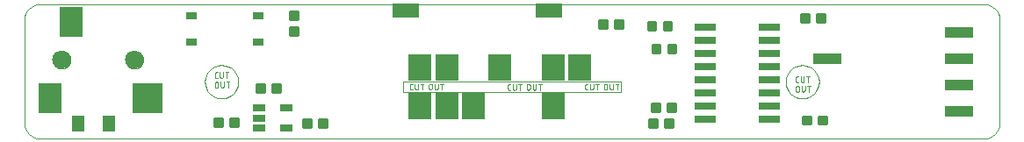
<source format=gts>
G04 EAGLE Gerber RS-274X export*
G75*
%MOMM*%
%FSLAX34Y34*%
%LPD*%
%INSolder Mask top*%
%IPPOS*%
%AMOC8*
5,1,8,0,0,1.08239X$1,22.5*%
G01*
%ADD10C,0.001000*%
%ADD11C,0.050800*%
%ADD12R,2.133600X0.762000*%
%ADD13R,1.301600X1.501600*%
%ADD14R,1.101600X0.701600*%
%ADD15C,0.326897*%
%ADD16R,2.801600X1.101600*%
%ADD17R,2.641600X1.371600*%
%ADD18R,1.301600X0.791600*%
%ADD19C,0.000000*%
%ADD20C,1.801600*%
%ADD21R,2.301600X2.901600*%
%ADD22R,2.901600X2.901600*%
%ADD23R,2.260600X2.641600*%


D10*
X-208369Y447928D02*
X701481Y447928D01*
X704509Y447620D01*
X707335Y446739D01*
X709895Y445345D01*
X712128Y443500D01*
X713973Y441267D01*
X715367Y438707D01*
X716248Y435881D01*
X716556Y432853D01*
X716556Y333003D01*
X716248Y329975D01*
X715367Y327149D01*
X713973Y324589D01*
X712128Y322356D01*
X709895Y320511D01*
X707335Y319117D01*
X704509Y318236D01*
X701481Y317928D01*
X-208369Y317928D01*
X-211397Y318236D01*
X-214223Y319117D01*
X-216783Y320511D01*
X-219016Y322356D01*
X-220861Y324589D01*
X-222255Y327149D01*
X-223136Y329975D01*
X-223444Y333003D01*
X-223444Y432853D01*
X-223136Y435881D01*
X-222255Y438707D01*
X-220861Y441267D01*
X-219016Y443500D01*
X-216783Y445345D01*
X-214223Y446739D01*
X-211397Y447620D01*
X-208369Y447928D01*
X526556Y388978D02*
X529791Y388652D01*
X532803Y387717D01*
X535530Y386237D01*
X537905Y384277D01*
X539865Y381902D01*
X541345Y379175D01*
X542280Y376163D01*
X542606Y372928D01*
X542280Y369693D01*
X541345Y366681D01*
X539865Y363954D01*
X537905Y361579D01*
X535530Y359619D01*
X532803Y358139D01*
X529791Y357204D01*
X526556Y356878D01*
X523321Y357204D01*
X520309Y358139D01*
X517582Y359619D01*
X515207Y361579D01*
X513247Y363954D01*
X511767Y366681D01*
X510832Y369693D01*
X510506Y372928D01*
X510832Y376163D01*
X511767Y379175D01*
X513247Y381902D01*
X515207Y384277D01*
X517582Y386237D01*
X520309Y387717D01*
X523321Y388652D01*
X526556Y388978D01*
X-30209Y388652D02*
X-33444Y388978D01*
X-30209Y388652D02*
X-27197Y387717D01*
X-24470Y386237D01*
X-22095Y384277D01*
X-20135Y381902D01*
X-18655Y379175D01*
X-17720Y376163D01*
X-17394Y372928D01*
X-17720Y369693D01*
X-18655Y366681D01*
X-20135Y363954D01*
X-22095Y361579D01*
X-24470Y359619D01*
X-27197Y358139D01*
X-30209Y357204D01*
X-33444Y356878D01*
X-36679Y357204D01*
X-39691Y358139D01*
X-42418Y359619D01*
X-44793Y361579D01*
X-46753Y363954D01*
X-48233Y366681D01*
X-49168Y369693D01*
X-49494Y372928D01*
X-49168Y376163D01*
X-48233Y379175D01*
X-46753Y381902D01*
X-44793Y384277D01*
X-42418Y386237D01*
X-39691Y387717D01*
X-36679Y388652D01*
X-33444Y388978D01*
X141556Y362928D02*
X351556Y362928D01*
X351556Y372928D01*
X141556Y372928D01*
X141556Y362928D01*
X523425Y388670D02*
X526556Y388978D01*
X523425Y388670D02*
X520414Y387756D01*
X517639Y386273D01*
X515207Y384277D01*
X513211Y381845D01*
X511728Y379070D01*
X510814Y376059D01*
X510506Y372928D01*
X510814Y369797D01*
X511728Y366786D01*
X513211Y364011D01*
X515207Y361579D01*
X517639Y359583D01*
X520414Y358100D01*
X523425Y357186D01*
X526556Y356878D01*
X529687Y357186D01*
X532698Y358100D01*
X535473Y359583D01*
X537905Y361579D01*
X539901Y364011D01*
X541384Y366786D01*
X542298Y369797D01*
X542606Y372928D01*
X542298Y376059D01*
X541384Y379070D01*
X539901Y381845D01*
X537905Y384277D01*
X535473Y386273D01*
X532698Y387756D01*
X529687Y388670D01*
X526556Y388978D01*
X-33444Y388978D02*
X-36575Y388670D01*
X-39586Y387756D01*
X-42361Y386273D01*
X-44793Y384277D01*
X-46789Y381845D01*
X-48272Y379070D01*
X-49186Y376059D01*
X-49494Y372928D01*
X-49186Y369797D01*
X-48272Y366786D01*
X-46789Y364011D01*
X-44793Y361579D01*
X-42361Y359583D01*
X-39586Y358100D01*
X-36575Y357186D01*
X-33444Y356878D01*
X-30313Y357186D01*
X-27302Y358100D01*
X-24527Y359583D01*
X-22095Y361579D01*
X-20099Y364011D01*
X-18616Y366786D01*
X-17702Y369797D01*
X-17394Y372928D01*
X-17702Y376059D01*
X-18616Y379070D01*
X-20099Y381845D01*
X-22095Y384277D01*
X-24527Y386273D01*
X-27302Y387756D01*
X-30313Y388670D01*
X-33444Y388978D01*
D11*
X-37262Y376398D02*
X-38504Y376398D01*
X-38574Y376400D01*
X-38643Y376406D01*
X-38712Y376416D01*
X-38780Y376429D01*
X-38848Y376447D01*
X-38914Y376468D01*
X-38979Y376493D01*
X-39043Y376521D01*
X-39105Y376553D01*
X-39165Y376588D01*
X-39223Y376627D01*
X-39278Y376669D01*
X-39332Y376714D01*
X-39382Y376762D01*
X-39430Y376812D01*
X-39475Y376866D01*
X-39517Y376921D01*
X-39556Y376979D01*
X-39591Y377039D01*
X-39623Y377101D01*
X-39651Y377165D01*
X-39676Y377230D01*
X-39697Y377296D01*
X-39715Y377364D01*
X-39728Y377432D01*
X-39738Y377501D01*
X-39744Y377570D01*
X-39746Y377640D01*
X-39746Y380744D01*
X-39744Y380814D01*
X-39738Y380883D01*
X-39728Y380952D01*
X-39715Y381020D01*
X-39697Y381088D01*
X-39676Y381154D01*
X-39651Y381219D01*
X-39623Y381283D01*
X-39591Y381345D01*
X-39556Y381405D01*
X-39517Y381463D01*
X-39475Y381518D01*
X-39430Y381572D01*
X-39382Y381622D01*
X-39332Y381670D01*
X-39278Y381715D01*
X-39223Y381757D01*
X-39165Y381796D01*
X-39105Y381831D01*
X-39043Y381863D01*
X-38979Y381891D01*
X-38914Y381916D01*
X-38848Y381937D01*
X-38780Y381955D01*
X-38712Y381968D01*
X-38643Y381978D01*
X-38574Y381984D01*
X-38504Y381986D01*
X-37262Y381986D01*
X-34975Y381986D02*
X-34975Y377950D01*
X-34973Y377873D01*
X-34967Y377795D01*
X-34958Y377719D01*
X-34944Y377642D01*
X-34927Y377567D01*
X-34906Y377493D01*
X-34881Y377419D01*
X-34853Y377347D01*
X-34821Y377277D01*
X-34786Y377208D01*
X-34747Y377141D01*
X-34705Y377076D01*
X-34660Y377013D01*
X-34612Y376952D01*
X-34561Y376894D01*
X-34507Y376839D01*
X-34450Y376786D01*
X-34391Y376737D01*
X-34329Y376690D01*
X-34265Y376646D01*
X-34199Y376606D01*
X-34131Y376569D01*
X-34061Y376535D01*
X-33990Y376505D01*
X-33917Y376479D01*
X-33843Y376456D01*
X-33768Y376437D01*
X-33693Y376422D01*
X-33616Y376410D01*
X-33539Y376402D01*
X-33462Y376398D01*
X-33384Y376398D01*
X-33307Y376402D01*
X-33230Y376410D01*
X-33153Y376422D01*
X-33078Y376437D01*
X-33003Y376456D01*
X-32929Y376479D01*
X-32856Y376505D01*
X-32785Y376535D01*
X-32715Y376569D01*
X-32647Y376606D01*
X-32581Y376646D01*
X-32517Y376690D01*
X-32455Y376737D01*
X-32396Y376786D01*
X-32339Y376839D01*
X-32285Y376894D01*
X-32234Y376952D01*
X-32186Y377013D01*
X-32141Y377076D01*
X-32099Y377141D01*
X-32060Y377208D01*
X-32025Y377277D01*
X-31993Y377347D01*
X-31965Y377419D01*
X-31940Y377493D01*
X-31919Y377567D01*
X-31902Y377642D01*
X-31888Y377719D01*
X-31879Y377795D01*
X-31873Y377873D01*
X-31871Y377950D01*
X-31870Y377950D02*
X-31870Y381986D01*
X-28119Y381986D02*
X-28119Y376398D01*
X-29671Y381986D02*
X-26567Y381986D01*
X-39746Y371290D02*
X-39746Y368806D01*
X-39746Y371290D02*
X-39744Y371367D01*
X-39738Y371445D01*
X-39729Y371521D01*
X-39715Y371598D01*
X-39698Y371673D01*
X-39677Y371747D01*
X-39652Y371821D01*
X-39624Y371893D01*
X-39592Y371963D01*
X-39557Y372032D01*
X-39518Y372099D01*
X-39476Y372164D01*
X-39431Y372227D01*
X-39383Y372288D01*
X-39332Y372346D01*
X-39278Y372401D01*
X-39221Y372454D01*
X-39162Y372503D01*
X-39100Y372550D01*
X-39036Y372594D01*
X-38970Y372634D01*
X-38902Y372671D01*
X-38832Y372705D01*
X-38761Y372735D01*
X-38688Y372761D01*
X-38614Y372784D01*
X-38539Y372803D01*
X-38464Y372818D01*
X-38387Y372830D01*
X-38310Y372838D01*
X-38233Y372842D01*
X-38155Y372842D01*
X-38078Y372838D01*
X-38001Y372830D01*
X-37924Y372818D01*
X-37849Y372803D01*
X-37774Y372784D01*
X-37700Y372761D01*
X-37627Y372735D01*
X-37556Y372705D01*
X-37486Y372671D01*
X-37418Y372634D01*
X-37352Y372594D01*
X-37288Y372550D01*
X-37226Y372503D01*
X-37167Y372454D01*
X-37110Y372401D01*
X-37056Y372346D01*
X-37005Y372288D01*
X-36957Y372227D01*
X-36912Y372164D01*
X-36870Y372099D01*
X-36831Y372032D01*
X-36796Y371963D01*
X-36764Y371893D01*
X-36736Y371821D01*
X-36711Y371747D01*
X-36690Y371673D01*
X-36673Y371598D01*
X-36659Y371521D01*
X-36650Y371445D01*
X-36644Y371367D01*
X-36642Y371290D01*
X-36642Y368806D01*
X-36644Y368729D01*
X-36650Y368651D01*
X-36659Y368575D01*
X-36673Y368498D01*
X-36690Y368423D01*
X-36711Y368349D01*
X-36736Y368275D01*
X-36764Y368203D01*
X-36796Y368133D01*
X-36831Y368064D01*
X-36870Y367997D01*
X-36912Y367932D01*
X-36957Y367869D01*
X-37005Y367808D01*
X-37056Y367750D01*
X-37110Y367695D01*
X-37167Y367642D01*
X-37226Y367593D01*
X-37288Y367546D01*
X-37352Y367502D01*
X-37418Y367462D01*
X-37486Y367425D01*
X-37556Y367391D01*
X-37627Y367361D01*
X-37700Y367335D01*
X-37774Y367312D01*
X-37849Y367293D01*
X-37924Y367278D01*
X-38001Y367266D01*
X-38078Y367258D01*
X-38155Y367254D01*
X-38233Y367254D01*
X-38310Y367258D01*
X-38387Y367266D01*
X-38464Y367278D01*
X-38539Y367293D01*
X-38614Y367312D01*
X-38688Y367335D01*
X-38761Y367361D01*
X-38832Y367391D01*
X-38902Y367425D01*
X-38970Y367462D01*
X-39036Y367502D01*
X-39100Y367546D01*
X-39162Y367593D01*
X-39221Y367642D01*
X-39278Y367695D01*
X-39332Y367750D01*
X-39383Y367808D01*
X-39431Y367869D01*
X-39476Y367932D01*
X-39518Y367997D01*
X-39557Y368064D01*
X-39592Y368133D01*
X-39624Y368203D01*
X-39652Y368275D01*
X-39677Y368349D01*
X-39698Y368423D01*
X-39715Y368498D01*
X-39729Y368575D01*
X-39738Y368651D01*
X-39744Y368729D01*
X-39746Y368806D01*
X-34077Y368806D02*
X-34077Y372842D01*
X-34077Y368806D02*
X-34075Y368729D01*
X-34069Y368651D01*
X-34060Y368575D01*
X-34046Y368498D01*
X-34029Y368423D01*
X-34008Y368349D01*
X-33983Y368275D01*
X-33955Y368203D01*
X-33923Y368133D01*
X-33888Y368064D01*
X-33849Y367997D01*
X-33807Y367932D01*
X-33762Y367869D01*
X-33714Y367808D01*
X-33663Y367750D01*
X-33609Y367695D01*
X-33552Y367642D01*
X-33493Y367593D01*
X-33431Y367546D01*
X-33367Y367502D01*
X-33301Y367462D01*
X-33233Y367425D01*
X-33163Y367391D01*
X-33092Y367361D01*
X-33019Y367335D01*
X-32945Y367312D01*
X-32870Y367293D01*
X-32795Y367278D01*
X-32718Y367266D01*
X-32641Y367258D01*
X-32564Y367254D01*
X-32486Y367254D01*
X-32409Y367258D01*
X-32332Y367266D01*
X-32255Y367278D01*
X-32180Y367293D01*
X-32105Y367312D01*
X-32031Y367335D01*
X-31958Y367361D01*
X-31887Y367391D01*
X-31817Y367425D01*
X-31749Y367462D01*
X-31683Y367502D01*
X-31619Y367546D01*
X-31557Y367593D01*
X-31498Y367642D01*
X-31441Y367695D01*
X-31387Y367750D01*
X-31336Y367808D01*
X-31288Y367869D01*
X-31243Y367932D01*
X-31201Y367997D01*
X-31162Y368064D01*
X-31127Y368133D01*
X-31095Y368203D01*
X-31067Y368275D01*
X-31042Y368349D01*
X-31021Y368423D01*
X-31004Y368498D01*
X-30990Y368575D01*
X-30981Y368651D01*
X-30975Y368729D01*
X-30973Y368806D01*
X-30972Y368806D02*
X-30972Y372842D01*
X-27221Y372842D02*
X-27221Y367254D01*
X-28773Y372842D02*
X-25669Y372842D01*
X521496Y372398D02*
X522738Y372398D01*
X521496Y372398D02*
X521426Y372400D01*
X521357Y372406D01*
X521288Y372416D01*
X521220Y372429D01*
X521152Y372447D01*
X521086Y372468D01*
X521021Y372493D01*
X520957Y372521D01*
X520895Y372553D01*
X520835Y372588D01*
X520777Y372627D01*
X520722Y372669D01*
X520668Y372714D01*
X520618Y372762D01*
X520570Y372812D01*
X520525Y372866D01*
X520483Y372921D01*
X520444Y372979D01*
X520409Y373039D01*
X520377Y373101D01*
X520349Y373165D01*
X520324Y373230D01*
X520303Y373296D01*
X520285Y373364D01*
X520272Y373432D01*
X520262Y373501D01*
X520256Y373570D01*
X520254Y373640D01*
X520254Y376744D01*
X520256Y376814D01*
X520262Y376883D01*
X520272Y376952D01*
X520285Y377020D01*
X520303Y377088D01*
X520324Y377154D01*
X520349Y377219D01*
X520377Y377283D01*
X520409Y377345D01*
X520444Y377405D01*
X520483Y377463D01*
X520525Y377518D01*
X520570Y377572D01*
X520618Y377622D01*
X520668Y377670D01*
X520722Y377715D01*
X520777Y377757D01*
X520835Y377796D01*
X520895Y377831D01*
X520957Y377863D01*
X521021Y377891D01*
X521086Y377916D01*
X521152Y377937D01*
X521220Y377955D01*
X521288Y377968D01*
X521357Y377978D01*
X521426Y377984D01*
X521496Y377986D01*
X522738Y377986D01*
X525025Y377986D02*
X525025Y373950D01*
X525027Y373873D01*
X525033Y373795D01*
X525042Y373719D01*
X525056Y373642D01*
X525073Y373567D01*
X525094Y373493D01*
X525119Y373419D01*
X525147Y373347D01*
X525179Y373277D01*
X525214Y373208D01*
X525253Y373141D01*
X525295Y373076D01*
X525340Y373013D01*
X525388Y372952D01*
X525439Y372894D01*
X525493Y372839D01*
X525550Y372786D01*
X525609Y372737D01*
X525671Y372690D01*
X525735Y372646D01*
X525801Y372606D01*
X525869Y372569D01*
X525939Y372535D01*
X526010Y372505D01*
X526083Y372479D01*
X526157Y372456D01*
X526232Y372437D01*
X526307Y372422D01*
X526384Y372410D01*
X526461Y372402D01*
X526538Y372398D01*
X526616Y372398D01*
X526693Y372402D01*
X526770Y372410D01*
X526847Y372422D01*
X526922Y372437D01*
X526997Y372456D01*
X527071Y372479D01*
X527144Y372505D01*
X527215Y372535D01*
X527285Y372569D01*
X527353Y372606D01*
X527419Y372646D01*
X527483Y372690D01*
X527545Y372737D01*
X527604Y372786D01*
X527661Y372839D01*
X527715Y372894D01*
X527766Y372952D01*
X527814Y373013D01*
X527859Y373076D01*
X527901Y373141D01*
X527940Y373208D01*
X527975Y373277D01*
X528007Y373347D01*
X528035Y373419D01*
X528060Y373493D01*
X528081Y373567D01*
X528098Y373642D01*
X528112Y373719D01*
X528121Y373795D01*
X528127Y373873D01*
X528129Y373950D01*
X528130Y373950D02*
X528130Y377986D01*
X531881Y377986D02*
X531881Y372398D01*
X530329Y377986D02*
X533433Y377986D01*
X520254Y367290D02*
X520254Y364806D01*
X520254Y367290D02*
X520256Y367367D01*
X520262Y367445D01*
X520271Y367521D01*
X520285Y367598D01*
X520302Y367673D01*
X520323Y367747D01*
X520348Y367821D01*
X520376Y367893D01*
X520408Y367963D01*
X520443Y368032D01*
X520482Y368099D01*
X520524Y368164D01*
X520569Y368227D01*
X520617Y368288D01*
X520668Y368346D01*
X520722Y368401D01*
X520779Y368454D01*
X520838Y368503D01*
X520900Y368550D01*
X520964Y368594D01*
X521030Y368634D01*
X521098Y368671D01*
X521168Y368705D01*
X521239Y368735D01*
X521312Y368761D01*
X521386Y368784D01*
X521461Y368803D01*
X521536Y368818D01*
X521613Y368830D01*
X521690Y368838D01*
X521767Y368842D01*
X521845Y368842D01*
X521922Y368838D01*
X521999Y368830D01*
X522076Y368818D01*
X522151Y368803D01*
X522226Y368784D01*
X522300Y368761D01*
X522373Y368735D01*
X522444Y368705D01*
X522514Y368671D01*
X522582Y368634D01*
X522648Y368594D01*
X522712Y368550D01*
X522774Y368503D01*
X522833Y368454D01*
X522890Y368401D01*
X522944Y368346D01*
X522995Y368288D01*
X523043Y368227D01*
X523088Y368164D01*
X523130Y368099D01*
X523169Y368032D01*
X523204Y367963D01*
X523236Y367893D01*
X523264Y367821D01*
X523289Y367747D01*
X523310Y367673D01*
X523327Y367598D01*
X523341Y367521D01*
X523350Y367445D01*
X523356Y367367D01*
X523358Y367290D01*
X523358Y364806D01*
X523356Y364729D01*
X523350Y364651D01*
X523341Y364575D01*
X523327Y364498D01*
X523310Y364423D01*
X523289Y364349D01*
X523264Y364275D01*
X523236Y364203D01*
X523204Y364133D01*
X523169Y364064D01*
X523130Y363997D01*
X523088Y363932D01*
X523043Y363869D01*
X522995Y363808D01*
X522944Y363750D01*
X522890Y363695D01*
X522833Y363642D01*
X522774Y363593D01*
X522712Y363546D01*
X522648Y363502D01*
X522582Y363462D01*
X522514Y363425D01*
X522444Y363391D01*
X522373Y363361D01*
X522300Y363335D01*
X522226Y363312D01*
X522151Y363293D01*
X522076Y363278D01*
X521999Y363266D01*
X521922Y363258D01*
X521845Y363254D01*
X521767Y363254D01*
X521690Y363258D01*
X521613Y363266D01*
X521536Y363278D01*
X521461Y363293D01*
X521386Y363312D01*
X521312Y363335D01*
X521239Y363361D01*
X521168Y363391D01*
X521098Y363425D01*
X521030Y363462D01*
X520964Y363502D01*
X520900Y363546D01*
X520838Y363593D01*
X520779Y363642D01*
X520722Y363695D01*
X520668Y363750D01*
X520617Y363808D01*
X520569Y363869D01*
X520524Y363932D01*
X520482Y363997D01*
X520443Y364064D01*
X520408Y364133D01*
X520376Y364203D01*
X520348Y364275D01*
X520323Y364349D01*
X520302Y364423D01*
X520285Y364498D01*
X520271Y364575D01*
X520262Y364651D01*
X520256Y364729D01*
X520254Y364806D01*
X525923Y364806D02*
X525923Y368842D01*
X525923Y364806D02*
X525925Y364729D01*
X525931Y364651D01*
X525940Y364575D01*
X525954Y364498D01*
X525971Y364423D01*
X525992Y364349D01*
X526017Y364275D01*
X526045Y364203D01*
X526077Y364133D01*
X526112Y364064D01*
X526151Y363997D01*
X526193Y363932D01*
X526238Y363869D01*
X526286Y363808D01*
X526337Y363750D01*
X526391Y363695D01*
X526448Y363642D01*
X526507Y363593D01*
X526569Y363546D01*
X526633Y363502D01*
X526699Y363462D01*
X526767Y363425D01*
X526837Y363391D01*
X526908Y363361D01*
X526981Y363335D01*
X527055Y363312D01*
X527130Y363293D01*
X527205Y363278D01*
X527282Y363266D01*
X527359Y363258D01*
X527436Y363254D01*
X527514Y363254D01*
X527591Y363258D01*
X527668Y363266D01*
X527745Y363278D01*
X527820Y363293D01*
X527895Y363312D01*
X527969Y363335D01*
X528042Y363361D01*
X528113Y363391D01*
X528183Y363425D01*
X528251Y363462D01*
X528317Y363502D01*
X528381Y363546D01*
X528443Y363593D01*
X528502Y363642D01*
X528559Y363695D01*
X528613Y363750D01*
X528664Y363808D01*
X528712Y363869D01*
X528757Y363932D01*
X528799Y363997D01*
X528838Y364064D01*
X528873Y364133D01*
X528905Y364203D01*
X528933Y364275D01*
X528958Y364349D01*
X528979Y364423D01*
X528996Y364498D01*
X529010Y364575D01*
X529019Y364651D01*
X529025Y364729D01*
X529027Y364806D01*
X529028Y364806D02*
X529028Y368842D01*
X532779Y368842D02*
X532779Y363254D01*
X531227Y368842D02*
X534331Y368842D01*
X150738Y365254D02*
X149496Y365254D01*
X149426Y365256D01*
X149357Y365262D01*
X149288Y365272D01*
X149220Y365285D01*
X149152Y365303D01*
X149086Y365324D01*
X149021Y365349D01*
X148957Y365377D01*
X148895Y365409D01*
X148835Y365444D01*
X148777Y365483D01*
X148722Y365525D01*
X148668Y365570D01*
X148618Y365618D01*
X148570Y365668D01*
X148525Y365722D01*
X148483Y365777D01*
X148444Y365835D01*
X148409Y365895D01*
X148377Y365957D01*
X148349Y366021D01*
X148324Y366086D01*
X148303Y366152D01*
X148285Y366220D01*
X148272Y366288D01*
X148262Y366357D01*
X148256Y366426D01*
X148254Y366496D01*
X148254Y369600D01*
X148256Y369670D01*
X148262Y369739D01*
X148272Y369808D01*
X148285Y369876D01*
X148303Y369944D01*
X148324Y370010D01*
X148349Y370075D01*
X148377Y370139D01*
X148409Y370201D01*
X148444Y370261D01*
X148483Y370319D01*
X148525Y370374D01*
X148570Y370428D01*
X148618Y370478D01*
X148668Y370526D01*
X148722Y370571D01*
X148777Y370613D01*
X148835Y370652D01*
X148895Y370687D01*
X148957Y370719D01*
X149021Y370747D01*
X149086Y370772D01*
X149152Y370793D01*
X149220Y370811D01*
X149288Y370824D01*
X149357Y370834D01*
X149426Y370840D01*
X149496Y370842D01*
X150738Y370842D01*
X153025Y370842D02*
X153025Y366806D01*
X153027Y366729D01*
X153033Y366651D01*
X153042Y366575D01*
X153056Y366498D01*
X153073Y366423D01*
X153094Y366349D01*
X153119Y366275D01*
X153147Y366203D01*
X153179Y366133D01*
X153214Y366064D01*
X153253Y365997D01*
X153295Y365932D01*
X153340Y365869D01*
X153388Y365808D01*
X153439Y365750D01*
X153493Y365695D01*
X153550Y365642D01*
X153609Y365593D01*
X153671Y365546D01*
X153735Y365502D01*
X153801Y365462D01*
X153869Y365425D01*
X153939Y365391D01*
X154010Y365361D01*
X154083Y365335D01*
X154157Y365312D01*
X154232Y365293D01*
X154307Y365278D01*
X154384Y365266D01*
X154461Y365258D01*
X154538Y365254D01*
X154616Y365254D01*
X154693Y365258D01*
X154770Y365266D01*
X154847Y365278D01*
X154922Y365293D01*
X154997Y365312D01*
X155071Y365335D01*
X155144Y365361D01*
X155215Y365391D01*
X155285Y365425D01*
X155353Y365462D01*
X155419Y365502D01*
X155483Y365546D01*
X155545Y365593D01*
X155604Y365642D01*
X155661Y365695D01*
X155715Y365750D01*
X155766Y365808D01*
X155814Y365869D01*
X155859Y365932D01*
X155901Y365997D01*
X155940Y366064D01*
X155975Y366133D01*
X156007Y366203D01*
X156035Y366275D01*
X156060Y366349D01*
X156081Y366423D01*
X156098Y366498D01*
X156112Y366575D01*
X156121Y366651D01*
X156127Y366729D01*
X156129Y366806D01*
X156130Y366806D02*
X156130Y370842D01*
X159881Y370842D02*
X159881Y365254D01*
X158329Y370842D02*
X161433Y370842D01*
X166375Y369290D02*
X166375Y366806D01*
X166375Y369290D02*
X166377Y369367D01*
X166383Y369445D01*
X166392Y369521D01*
X166406Y369598D01*
X166423Y369673D01*
X166444Y369747D01*
X166469Y369821D01*
X166497Y369893D01*
X166529Y369963D01*
X166564Y370032D01*
X166603Y370099D01*
X166645Y370164D01*
X166690Y370227D01*
X166738Y370288D01*
X166789Y370346D01*
X166843Y370401D01*
X166900Y370454D01*
X166959Y370503D01*
X167021Y370550D01*
X167085Y370594D01*
X167151Y370634D01*
X167219Y370671D01*
X167289Y370705D01*
X167360Y370735D01*
X167433Y370761D01*
X167507Y370784D01*
X167582Y370803D01*
X167657Y370818D01*
X167734Y370830D01*
X167811Y370838D01*
X167888Y370842D01*
X167966Y370842D01*
X168043Y370838D01*
X168120Y370830D01*
X168197Y370818D01*
X168272Y370803D01*
X168347Y370784D01*
X168421Y370761D01*
X168494Y370735D01*
X168565Y370705D01*
X168635Y370671D01*
X168703Y370634D01*
X168769Y370594D01*
X168833Y370550D01*
X168895Y370503D01*
X168954Y370454D01*
X169011Y370401D01*
X169065Y370346D01*
X169116Y370288D01*
X169164Y370227D01*
X169209Y370164D01*
X169251Y370099D01*
X169290Y370032D01*
X169325Y369963D01*
X169357Y369893D01*
X169385Y369821D01*
X169410Y369747D01*
X169431Y369673D01*
X169448Y369598D01*
X169462Y369521D01*
X169471Y369445D01*
X169477Y369367D01*
X169479Y369290D01*
X169480Y369290D02*
X169480Y366806D01*
X169479Y366806D02*
X169477Y366729D01*
X169471Y366651D01*
X169462Y366575D01*
X169448Y366498D01*
X169431Y366423D01*
X169410Y366349D01*
X169385Y366275D01*
X169357Y366203D01*
X169325Y366133D01*
X169290Y366064D01*
X169251Y365997D01*
X169209Y365932D01*
X169164Y365869D01*
X169116Y365808D01*
X169065Y365750D01*
X169011Y365695D01*
X168954Y365642D01*
X168895Y365593D01*
X168833Y365546D01*
X168769Y365502D01*
X168703Y365462D01*
X168635Y365425D01*
X168565Y365391D01*
X168494Y365361D01*
X168421Y365335D01*
X168347Y365312D01*
X168272Y365293D01*
X168197Y365278D01*
X168120Y365266D01*
X168043Y365258D01*
X167966Y365254D01*
X167888Y365254D01*
X167811Y365258D01*
X167734Y365266D01*
X167657Y365278D01*
X167582Y365293D01*
X167507Y365312D01*
X167433Y365335D01*
X167360Y365361D01*
X167289Y365391D01*
X167219Y365425D01*
X167151Y365462D01*
X167085Y365502D01*
X167021Y365546D01*
X166959Y365593D01*
X166900Y365642D01*
X166843Y365695D01*
X166789Y365750D01*
X166738Y365808D01*
X166690Y365869D01*
X166645Y365932D01*
X166603Y365997D01*
X166564Y366064D01*
X166529Y366133D01*
X166497Y366203D01*
X166469Y366275D01*
X166444Y366349D01*
X166423Y366423D01*
X166406Y366498D01*
X166392Y366575D01*
X166383Y366651D01*
X166377Y366729D01*
X166375Y366806D01*
X172045Y366806D02*
X172045Y370842D01*
X172045Y366806D02*
X172047Y366729D01*
X172053Y366651D01*
X172062Y366575D01*
X172076Y366498D01*
X172093Y366423D01*
X172114Y366349D01*
X172139Y366275D01*
X172167Y366203D01*
X172199Y366133D01*
X172234Y366064D01*
X172273Y365997D01*
X172315Y365932D01*
X172360Y365869D01*
X172408Y365808D01*
X172459Y365750D01*
X172513Y365695D01*
X172570Y365642D01*
X172629Y365593D01*
X172691Y365546D01*
X172755Y365502D01*
X172821Y365462D01*
X172889Y365425D01*
X172959Y365391D01*
X173030Y365361D01*
X173103Y365335D01*
X173177Y365312D01*
X173252Y365293D01*
X173327Y365278D01*
X173404Y365266D01*
X173481Y365258D01*
X173558Y365254D01*
X173636Y365254D01*
X173713Y365258D01*
X173790Y365266D01*
X173867Y365278D01*
X173942Y365293D01*
X174017Y365312D01*
X174091Y365335D01*
X174164Y365361D01*
X174235Y365391D01*
X174305Y365425D01*
X174373Y365462D01*
X174439Y365502D01*
X174503Y365546D01*
X174565Y365593D01*
X174624Y365642D01*
X174681Y365695D01*
X174735Y365750D01*
X174786Y365808D01*
X174834Y365869D01*
X174879Y365932D01*
X174921Y365997D01*
X174960Y366064D01*
X174995Y366133D01*
X175027Y366203D01*
X175055Y366275D01*
X175080Y366349D01*
X175101Y366423D01*
X175118Y366498D01*
X175132Y366575D01*
X175141Y366651D01*
X175147Y366729D01*
X175149Y366806D01*
X175149Y370842D01*
X178900Y370842D02*
X178900Y365254D01*
X177348Y370842D02*
X180452Y370842D01*
X244058Y364955D02*
X245300Y364955D01*
X244058Y364955D02*
X243988Y364957D01*
X243919Y364963D01*
X243850Y364973D01*
X243782Y364986D01*
X243714Y365004D01*
X243648Y365025D01*
X243583Y365050D01*
X243519Y365078D01*
X243457Y365110D01*
X243397Y365145D01*
X243339Y365184D01*
X243284Y365226D01*
X243230Y365271D01*
X243180Y365319D01*
X243132Y365369D01*
X243087Y365423D01*
X243045Y365478D01*
X243006Y365536D01*
X242971Y365596D01*
X242939Y365658D01*
X242911Y365722D01*
X242886Y365787D01*
X242865Y365853D01*
X242847Y365921D01*
X242834Y365989D01*
X242824Y366058D01*
X242818Y366127D01*
X242816Y366197D01*
X242816Y369301D01*
X242818Y369371D01*
X242824Y369440D01*
X242834Y369509D01*
X242847Y369577D01*
X242865Y369645D01*
X242886Y369711D01*
X242911Y369776D01*
X242939Y369840D01*
X242971Y369902D01*
X243006Y369962D01*
X243045Y370020D01*
X243087Y370075D01*
X243132Y370129D01*
X243180Y370179D01*
X243230Y370227D01*
X243284Y370272D01*
X243339Y370314D01*
X243397Y370353D01*
X243457Y370388D01*
X243519Y370420D01*
X243583Y370448D01*
X243648Y370473D01*
X243714Y370494D01*
X243782Y370512D01*
X243850Y370525D01*
X243919Y370535D01*
X243988Y370541D01*
X244058Y370543D01*
X245300Y370543D01*
X247587Y370543D02*
X247587Y366507D01*
X247588Y366507D02*
X247590Y366430D01*
X247596Y366352D01*
X247605Y366276D01*
X247619Y366199D01*
X247636Y366124D01*
X247657Y366050D01*
X247682Y365976D01*
X247710Y365904D01*
X247742Y365834D01*
X247777Y365765D01*
X247816Y365698D01*
X247858Y365633D01*
X247903Y365570D01*
X247951Y365509D01*
X248002Y365451D01*
X248056Y365396D01*
X248113Y365343D01*
X248172Y365294D01*
X248234Y365247D01*
X248298Y365203D01*
X248364Y365163D01*
X248432Y365126D01*
X248502Y365092D01*
X248573Y365062D01*
X248646Y365036D01*
X248720Y365013D01*
X248795Y364994D01*
X248870Y364979D01*
X248947Y364967D01*
X249024Y364959D01*
X249101Y364955D01*
X249179Y364955D01*
X249256Y364959D01*
X249333Y364967D01*
X249410Y364979D01*
X249485Y364994D01*
X249560Y365013D01*
X249634Y365036D01*
X249707Y365062D01*
X249778Y365092D01*
X249848Y365126D01*
X249916Y365163D01*
X249982Y365203D01*
X250046Y365247D01*
X250108Y365294D01*
X250167Y365343D01*
X250224Y365396D01*
X250278Y365451D01*
X250329Y365509D01*
X250377Y365570D01*
X250422Y365633D01*
X250464Y365698D01*
X250503Y365765D01*
X250538Y365834D01*
X250570Y365904D01*
X250598Y365976D01*
X250623Y366050D01*
X250644Y366124D01*
X250661Y366199D01*
X250675Y366276D01*
X250684Y366352D01*
X250690Y366430D01*
X250692Y366507D01*
X250692Y370543D01*
X254443Y370543D02*
X254443Y364955D01*
X252891Y370543D02*
X255995Y370543D01*
X260938Y368991D02*
X260938Y366507D01*
X260938Y368991D02*
X260940Y369068D01*
X260946Y369146D01*
X260955Y369222D01*
X260969Y369299D01*
X260986Y369374D01*
X261007Y369448D01*
X261032Y369522D01*
X261060Y369594D01*
X261092Y369664D01*
X261127Y369733D01*
X261166Y369800D01*
X261208Y369865D01*
X261253Y369928D01*
X261301Y369989D01*
X261352Y370047D01*
X261406Y370102D01*
X261463Y370155D01*
X261522Y370204D01*
X261584Y370251D01*
X261648Y370295D01*
X261714Y370335D01*
X261782Y370372D01*
X261852Y370406D01*
X261923Y370436D01*
X261996Y370462D01*
X262070Y370485D01*
X262145Y370504D01*
X262220Y370519D01*
X262297Y370531D01*
X262374Y370539D01*
X262451Y370543D01*
X262529Y370543D01*
X262606Y370539D01*
X262683Y370531D01*
X262760Y370519D01*
X262835Y370504D01*
X262910Y370485D01*
X262984Y370462D01*
X263057Y370436D01*
X263128Y370406D01*
X263198Y370372D01*
X263266Y370335D01*
X263332Y370295D01*
X263396Y370251D01*
X263458Y370204D01*
X263517Y370155D01*
X263574Y370102D01*
X263628Y370047D01*
X263679Y369989D01*
X263727Y369928D01*
X263772Y369865D01*
X263814Y369800D01*
X263853Y369733D01*
X263888Y369664D01*
X263920Y369594D01*
X263948Y369522D01*
X263973Y369448D01*
X263994Y369374D01*
X264011Y369299D01*
X264025Y369222D01*
X264034Y369146D01*
X264040Y369068D01*
X264042Y368991D01*
X264042Y366507D01*
X264040Y366430D01*
X264034Y366352D01*
X264025Y366276D01*
X264011Y366199D01*
X263994Y366124D01*
X263973Y366050D01*
X263948Y365976D01*
X263920Y365904D01*
X263888Y365834D01*
X263853Y365765D01*
X263814Y365698D01*
X263772Y365633D01*
X263727Y365570D01*
X263679Y365509D01*
X263628Y365451D01*
X263574Y365396D01*
X263517Y365343D01*
X263458Y365294D01*
X263396Y365247D01*
X263332Y365203D01*
X263266Y365163D01*
X263198Y365126D01*
X263128Y365092D01*
X263057Y365062D01*
X262984Y365036D01*
X262910Y365013D01*
X262835Y364994D01*
X262760Y364979D01*
X262683Y364967D01*
X262606Y364959D01*
X262529Y364955D01*
X262451Y364955D01*
X262374Y364959D01*
X262297Y364967D01*
X262220Y364979D01*
X262145Y364994D01*
X262070Y365013D01*
X261996Y365036D01*
X261923Y365062D01*
X261852Y365092D01*
X261782Y365126D01*
X261714Y365163D01*
X261648Y365203D01*
X261584Y365247D01*
X261522Y365294D01*
X261463Y365343D01*
X261406Y365396D01*
X261352Y365451D01*
X261301Y365509D01*
X261253Y365570D01*
X261208Y365633D01*
X261166Y365698D01*
X261127Y365765D01*
X261092Y365834D01*
X261060Y365904D01*
X261032Y365976D01*
X261007Y366050D01*
X260986Y366124D01*
X260969Y366199D01*
X260955Y366276D01*
X260946Y366352D01*
X260940Y366430D01*
X260938Y366507D01*
X266607Y366507D02*
X266607Y370543D01*
X266607Y366507D02*
X266609Y366430D01*
X266615Y366352D01*
X266624Y366276D01*
X266638Y366199D01*
X266655Y366124D01*
X266676Y366050D01*
X266701Y365976D01*
X266729Y365904D01*
X266761Y365834D01*
X266796Y365765D01*
X266835Y365698D01*
X266877Y365633D01*
X266922Y365570D01*
X266970Y365509D01*
X267021Y365451D01*
X267075Y365396D01*
X267132Y365343D01*
X267191Y365294D01*
X267253Y365247D01*
X267317Y365203D01*
X267383Y365163D01*
X267451Y365126D01*
X267521Y365092D01*
X267592Y365062D01*
X267665Y365036D01*
X267739Y365013D01*
X267814Y364994D01*
X267889Y364979D01*
X267966Y364967D01*
X268043Y364959D01*
X268120Y364955D01*
X268198Y364955D01*
X268275Y364959D01*
X268352Y364967D01*
X268429Y364979D01*
X268504Y364994D01*
X268579Y365013D01*
X268653Y365036D01*
X268726Y365062D01*
X268797Y365092D01*
X268867Y365126D01*
X268935Y365163D01*
X269001Y365203D01*
X269065Y365247D01*
X269127Y365294D01*
X269186Y365343D01*
X269243Y365396D01*
X269297Y365451D01*
X269348Y365509D01*
X269396Y365570D01*
X269441Y365633D01*
X269483Y365698D01*
X269522Y365765D01*
X269557Y365834D01*
X269589Y365904D01*
X269617Y365976D01*
X269642Y366050D01*
X269663Y366124D01*
X269680Y366199D01*
X269694Y366276D01*
X269703Y366352D01*
X269709Y366430D01*
X269711Y366507D01*
X269711Y370543D01*
X273463Y370543D02*
X273463Y364955D01*
X271910Y370543D02*
X275015Y370543D01*
X318496Y365254D02*
X319738Y365254D01*
X318496Y365254D02*
X318426Y365256D01*
X318357Y365262D01*
X318288Y365272D01*
X318220Y365285D01*
X318152Y365303D01*
X318086Y365324D01*
X318021Y365349D01*
X317957Y365377D01*
X317895Y365409D01*
X317835Y365444D01*
X317777Y365483D01*
X317722Y365525D01*
X317668Y365570D01*
X317618Y365618D01*
X317570Y365668D01*
X317525Y365722D01*
X317483Y365777D01*
X317444Y365835D01*
X317409Y365895D01*
X317377Y365957D01*
X317349Y366021D01*
X317324Y366086D01*
X317303Y366152D01*
X317285Y366220D01*
X317272Y366288D01*
X317262Y366357D01*
X317256Y366426D01*
X317254Y366496D01*
X317254Y369600D01*
X317256Y369670D01*
X317262Y369739D01*
X317272Y369808D01*
X317285Y369876D01*
X317303Y369944D01*
X317324Y370010D01*
X317349Y370075D01*
X317377Y370139D01*
X317409Y370201D01*
X317444Y370261D01*
X317483Y370319D01*
X317525Y370374D01*
X317570Y370428D01*
X317618Y370478D01*
X317668Y370526D01*
X317722Y370571D01*
X317777Y370613D01*
X317835Y370652D01*
X317895Y370687D01*
X317957Y370719D01*
X318021Y370747D01*
X318086Y370772D01*
X318152Y370793D01*
X318220Y370811D01*
X318288Y370824D01*
X318357Y370834D01*
X318426Y370840D01*
X318496Y370842D01*
X319738Y370842D01*
X322025Y370842D02*
X322025Y366806D01*
X322027Y366729D01*
X322033Y366651D01*
X322042Y366575D01*
X322056Y366498D01*
X322073Y366423D01*
X322094Y366349D01*
X322119Y366275D01*
X322147Y366203D01*
X322179Y366133D01*
X322214Y366064D01*
X322253Y365997D01*
X322295Y365932D01*
X322340Y365869D01*
X322388Y365808D01*
X322439Y365750D01*
X322493Y365695D01*
X322550Y365642D01*
X322609Y365593D01*
X322671Y365546D01*
X322735Y365502D01*
X322801Y365462D01*
X322869Y365425D01*
X322939Y365391D01*
X323010Y365361D01*
X323083Y365335D01*
X323157Y365312D01*
X323232Y365293D01*
X323307Y365278D01*
X323384Y365266D01*
X323461Y365258D01*
X323538Y365254D01*
X323616Y365254D01*
X323693Y365258D01*
X323770Y365266D01*
X323847Y365278D01*
X323922Y365293D01*
X323997Y365312D01*
X324071Y365335D01*
X324144Y365361D01*
X324215Y365391D01*
X324285Y365425D01*
X324353Y365462D01*
X324419Y365502D01*
X324483Y365546D01*
X324545Y365593D01*
X324604Y365642D01*
X324661Y365695D01*
X324715Y365750D01*
X324766Y365808D01*
X324814Y365869D01*
X324859Y365932D01*
X324901Y365997D01*
X324940Y366064D01*
X324975Y366133D01*
X325007Y366203D01*
X325035Y366275D01*
X325060Y366349D01*
X325081Y366423D01*
X325098Y366498D01*
X325112Y366575D01*
X325121Y366651D01*
X325127Y366729D01*
X325129Y366806D01*
X325130Y366806D02*
X325130Y370842D01*
X328881Y370842D02*
X328881Y365254D01*
X327329Y370842D02*
X330433Y370842D01*
X335375Y369290D02*
X335375Y366806D01*
X335375Y369290D02*
X335377Y369367D01*
X335383Y369445D01*
X335392Y369521D01*
X335406Y369598D01*
X335423Y369673D01*
X335444Y369747D01*
X335469Y369821D01*
X335497Y369893D01*
X335529Y369963D01*
X335564Y370032D01*
X335603Y370099D01*
X335645Y370164D01*
X335690Y370227D01*
X335738Y370288D01*
X335789Y370346D01*
X335843Y370401D01*
X335900Y370454D01*
X335959Y370503D01*
X336021Y370550D01*
X336085Y370594D01*
X336151Y370634D01*
X336219Y370671D01*
X336289Y370705D01*
X336360Y370735D01*
X336433Y370761D01*
X336507Y370784D01*
X336582Y370803D01*
X336657Y370818D01*
X336734Y370830D01*
X336811Y370838D01*
X336888Y370842D01*
X336966Y370842D01*
X337043Y370838D01*
X337120Y370830D01*
X337197Y370818D01*
X337272Y370803D01*
X337347Y370784D01*
X337421Y370761D01*
X337494Y370735D01*
X337565Y370705D01*
X337635Y370671D01*
X337703Y370634D01*
X337769Y370594D01*
X337833Y370550D01*
X337895Y370503D01*
X337954Y370454D01*
X338011Y370401D01*
X338065Y370346D01*
X338116Y370288D01*
X338164Y370227D01*
X338209Y370164D01*
X338251Y370099D01*
X338290Y370032D01*
X338325Y369963D01*
X338357Y369893D01*
X338385Y369821D01*
X338410Y369747D01*
X338431Y369673D01*
X338448Y369598D01*
X338462Y369521D01*
X338471Y369445D01*
X338477Y369367D01*
X338479Y369290D01*
X338480Y369290D02*
X338480Y366806D01*
X338479Y366806D02*
X338477Y366729D01*
X338471Y366651D01*
X338462Y366575D01*
X338448Y366498D01*
X338431Y366423D01*
X338410Y366349D01*
X338385Y366275D01*
X338357Y366203D01*
X338325Y366133D01*
X338290Y366064D01*
X338251Y365997D01*
X338209Y365932D01*
X338164Y365869D01*
X338116Y365808D01*
X338065Y365750D01*
X338011Y365695D01*
X337954Y365642D01*
X337895Y365593D01*
X337833Y365546D01*
X337769Y365502D01*
X337703Y365462D01*
X337635Y365425D01*
X337565Y365391D01*
X337494Y365361D01*
X337421Y365335D01*
X337347Y365312D01*
X337272Y365293D01*
X337197Y365278D01*
X337120Y365266D01*
X337043Y365258D01*
X336966Y365254D01*
X336888Y365254D01*
X336811Y365258D01*
X336734Y365266D01*
X336657Y365278D01*
X336582Y365293D01*
X336507Y365312D01*
X336433Y365335D01*
X336360Y365361D01*
X336289Y365391D01*
X336219Y365425D01*
X336151Y365462D01*
X336085Y365502D01*
X336021Y365546D01*
X335959Y365593D01*
X335900Y365642D01*
X335843Y365695D01*
X335789Y365750D01*
X335738Y365808D01*
X335690Y365869D01*
X335645Y365932D01*
X335603Y365997D01*
X335564Y366064D01*
X335529Y366133D01*
X335497Y366203D01*
X335469Y366275D01*
X335444Y366349D01*
X335423Y366423D01*
X335406Y366498D01*
X335392Y366575D01*
X335383Y366651D01*
X335377Y366729D01*
X335375Y366806D01*
X341045Y366806D02*
X341045Y370842D01*
X341045Y366806D02*
X341047Y366729D01*
X341053Y366651D01*
X341062Y366575D01*
X341076Y366498D01*
X341093Y366423D01*
X341114Y366349D01*
X341139Y366275D01*
X341167Y366203D01*
X341199Y366133D01*
X341234Y366064D01*
X341273Y365997D01*
X341315Y365932D01*
X341360Y365869D01*
X341408Y365808D01*
X341459Y365750D01*
X341513Y365695D01*
X341570Y365642D01*
X341629Y365593D01*
X341691Y365546D01*
X341755Y365502D01*
X341821Y365462D01*
X341889Y365425D01*
X341959Y365391D01*
X342030Y365361D01*
X342103Y365335D01*
X342177Y365312D01*
X342252Y365293D01*
X342327Y365278D01*
X342404Y365266D01*
X342481Y365258D01*
X342558Y365254D01*
X342636Y365254D01*
X342713Y365258D01*
X342790Y365266D01*
X342867Y365278D01*
X342942Y365293D01*
X343017Y365312D01*
X343091Y365335D01*
X343164Y365361D01*
X343235Y365391D01*
X343305Y365425D01*
X343373Y365462D01*
X343439Y365502D01*
X343503Y365546D01*
X343565Y365593D01*
X343624Y365642D01*
X343681Y365695D01*
X343735Y365750D01*
X343786Y365808D01*
X343834Y365869D01*
X343879Y365932D01*
X343921Y365997D01*
X343960Y366064D01*
X343995Y366133D01*
X344027Y366203D01*
X344055Y366275D01*
X344080Y366349D01*
X344101Y366423D01*
X344118Y366498D01*
X344132Y366575D01*
X344141Y366651D01*
X344147Y366729D01*
X344149Y366806D01*
X344149Y370842D01*
X347900Y370842D02*
X347900Y365254D01*
X346348Y370842D02*
X349452Y370842D01*
D12*
X494678Y336712D03*
X433210Y336712D03*
X494678Y349412D03*
X494678Y362112D03*
X433210Y349412D03*
X433210Y362112D03*
X494678Y374812D03*
X433210Y374812D03*
X494678Y387512D03*
X433210Y387512D03*
X494678Y400212D03*
X494678Y412912D03*
X433210Y400212D03*
X433210Y412912D03*
X494678Y425612D03*
X433210Y425612D03*
D13*
X-171962Y332010D03*
X-141962Y332010D03*
D14*
X2146Y410858D03*
X2146Y436258D03*
X-62654Y436258D03*
X-62654Y410858D03*
D15*
X346797Y431253D02*
X353435Y431253D01*
X353435Y424615D01*
X346797Y424615D01*
X346797Y431253D01*
X346797Y427721D02*
X353435Y427721D01*
X353435Y430827D02*
X346797Y430827D01*
X338195Y431253D02*
X331557Y431253D01*
X338195Y431253D02*
X338195Y424615D01*
X331557Y424615D01*
X331557Y431253D01*
X331557Y427721D02*
X338195Y427721D01*
X338195Y430827D02*
X331557Y430827D01*
X40287Y424507D02*
X40287Y417869D01*
X33649Y417869D01*
X33649Y424507D01*
X40287Y424507D01*
X40287Y420975D02*
X33649Y420975D01*
X33649Y424081D02*
X40287Y424081D01*
X40287Y433109D02*
X40287Y439747D01*
X40287Y433109D02*
X33649Y433109D01*
X33649Y439747D01*
X40287Y439747D01*
X40287Y436215D02*
X33649Y436215D01*
X33649Y439321D02*
X40287Y439321D01*
X541251Y437507D02*
X547889Y437507D01*
X547889Y430869D01*
X541251Y430869D01*
X541251Y437507D01*
X541251Y433975D02*
X547889Y433975D01*
X547889Y437081D02*
X541251Y437081D01*
X532649Y437507D02*
X526011Y437507D01*
X532649Y437507D02*
X532649Y430869D01*
X526011Y430869D01*
X526011Y437507D01*
X526011Y433975D02*
X532649Y433975D01*
X532649Y437081D02*
X526011Y437081D01*
X7849Y363141D02*
X1211Y363141D01*
X1211Y369779D01*
X7849Y369779D01*
X7849Y363141D01*
X7849Y366247D02*
X1211Y366247D01*
X1211Y369353D02*
X7849Y369353D01*
X16451Y363141D02*
X23089Y363141D01*
X16451Y363141D02*
X16451Y369779D01*
X23089Y369779D01*
X23089Y363141D01*
X23089Y366247D02*
X16451Y366247D01*
X16451Y369353D02*
X23089Y369353D01*
X542859Y338779D02*
X549497Y338779D01*
X549497Y332141D01*
X542859Y332141D01*
X542859Y338779D01*
X542859Y335247D02*
X549497Y335247D01*
X549497Y338353D02*
X542859Y338353D01*
X534257Y338779D02*
X527619Y338779D01*
X534257Y338779D02*
X534257Y332141D01*
X527619Y332141D01*
X527619Y338779D01*
X527619Y335247D02*
X534257Y335247D01*
X534257Y338353D02*
X527619Y338353D01*
X385057Y423361D02*
X378419Y423361D01*
X378419Y429999D01*
X385057Y429999D01*
X385057Y423361D01*
X385057Y426467D02*
X378419Y426467D01*
X378419Y429573D02*
X385057Y429573D01*
X393659Y423361D02*
X400297Y423361D01*
X393659Y423361D02*
X393659Y429999D01*
X400297Y429999D01*
X400297Y423361D01*
X400297Y426467D02*
X393659Y426467D01*
X393659Y429573D02*
X400297Y429573D01*
X388725Y344463D02*
X382087Y344463D01*
X382087Y351101D01*
X388725Y351101D01*
X388725Y344463D01*
X388725Y347569D02*
X382087Y347569D01*
X382087Y350675D02*
X388725Y350675D01*
X397327Y344463D02*
X403965Y344463D01*
X397327Y344463D02*
X397327Y351101D01*
X403965Y351101D01*
X403965Y344463D01*
X403965Y347569D02*
X397327Y347569D01*
X397327Y350675D02*
X403965Y350675D01*
X389203Y401395D02*
X382565Y401395D01*
X382565Y408033D01*
X389203Y408033D01*
X389203Y401395D01*
X389203Y404501D02*
X382565Y404501D01*
X382565Y407607D02*
X389203Y407607D01*
X397805Y401395D02*
X404443Y401395D01*
X397805Y401395D02*
X397805Y408033D01*
X404443Y408033D01*
X404443Y401395D01*
X404443Y404501D02*
X397805Y404501D01*
X397805Y407607D02*
X404443Y407607D01*
X401493Y335941D02*
X394855Y335941D01*
X401493Y335941D02*
X401493Y329303D01*
X394855Y329303D01*
X394855Y335941D01*
X394855Y332409D02*
X401493Y332409D01*
X401493Y335515D02*
X394855Y335515D01*
X386253Y335941D02*
X379615Y335941D01*
X386253Y335941D02*
X386253Y329303D01*
X379615Y329303D01*
X379615Y335941D01*
X379615Y332409D02*
X386253Y332409D01*
X386253Y335515D02*
X379615Y335515D01*
D16*
X677470Y344550D03*
X677470Y369950D03*
X677470Y395350D03*
X677470Y420750D03*
X550470Y395350D03*
D17*
X144144Y441615D03*
X282509Y441615D03*
D18*
X3225Y347392D03*
X3225Y337892D03*
X3225Y328392D03*
X29227Y328392D03*
X29227Y347392D03*
D15*
X-17677Y336351D02*
X-24315Y336351D01*
X-17677Y336351D02*
X-17677Y329713D01*
X-24315Y329713D01*
X-24315Y336351D01*
X-24315Y332819D02*
X-17677Y332819D01*
X-17677Y335925D02*
X-24315Y335925D01*
X-32917Y336351D02*
X-39555Y336351D01*
X-32917Y336351D02*
X-32917Y329713D01*
X-39555Y329713D01*
X-39555Y336351D01*
X-39555Y332819D02*
X-32917Y332819D01*
X-32917Y335925D02*
X-39555Y335925D01*
X46407Y329293D02*
X53045Y329293D01*
X46407Y329293D02*
X46407Y335931D01*
X53045Y335931D01*
X53045Y329293D01*
X53045Y332399D02*
X46407Y332399D01*
X46407Y335505D02*
X53045Y335505D01*
X61647Y329293D02*
X68285Y329293D01*
X61647Y329293D02*
X61647Y335931D01*
X68285Y335931D01*
X68285Y329293D01*
X68285Y332399D02*
X61647Y332399D01*
X61647Y335505D02*
X68285Y335505D01*
D19*
X-195900Y394000D02*
X-195897Y394209D01*
X-195890Y394417D01*
X-195877Y394625D01*
X-195859Y394833D01*
X-195836Y395040D01*
X-195808Y395247D01*
X-195775Y395453D01*
X-195737Y395658D01*
X-195693Y395862D01*
X-195645Y396065D01*
X-195592Y396267D01*
X-195534Y396467D01*
X-195471Y396666D01*
X-195403Y396864D01*
X-195330Y397059D01*
X-195253Y397253D01*
X-195171Y397445D01*
X-195084Y397634D01*
X-194992Y397822D01*
X-194896Y398007D01*
X-194796Y398190D01*
X-194691Y398370D01*
X-194581Y398547D01*
X-194467Y398722D01*
X-194349Y398894D01*
X-194227Y399063D01*
X-194101Y399229D01*
X-193971Y399392D01*
X-193836Y399552D01*
X-193698Y399708D01*
X-193556Y399861D01*
X-193410Y400010D01*
X-193261Y400156D01*
X-193108Y400298D01*
X-192952Y400436D01*
X-192792Y400571D01*
X-192629Y400701D01*
X-192463Y400827D01*
X-192294Y400949D01*
X-192122Y401067D01*
X-191947Y401181D01*
X-191770Y401291D01*
X-191590Y401396D01*
X-191407Y401496D01*
X-191222Y401592D01*
X-191034Y401684D01*
X-190845Y401771D01*
X-190653Y401853D01*
X-190459Y401930D01*
X-190264Y402003D01*
X-190066Y402071D01*
X-189867Y402134D01*
X-189667Y402192D01*
X-189465Y402245D01*
X-189262Y402293D01*
X-189058Y402337D01*
X-188853Y402375D01*
X-188647Y402408D01*
X-188440Y402436D01*
X-188233Y402459D01*
X-188025Y402477D01*
X-187817Y402490D01*
X-187609Y402497D01*
X-187400Y402500D01*
X-187191Y402497D01*
X-186983Y402490D01*
X-186775Y402477D01*
X-186567Y402459D01*
X-186360Y402436D01*
X-186153Y402408D01*
X-185947Y402375D01*
X-185742Y402337D01*
X-185538Y402293D01*
X-185335Y402245D01*
X-185133Y402192D01*
X-184933Y402134D01*
X-184734Y402071D01*
X-184536Y402003D01*
X-184341Y401930D01*
X-184147Y401853D01*
X-183955Y401771D01*
X-183766Y401684D01*
X-183578Y401592D01*
X-183393Y401496D01*
X-183210Y401396D01*
X-183030Y401291D01*
X-182853Y401181D01*
X-182678Y401067D01*
X-182506Y400949D01*
X-182337Y400827D01*
X-182171Y400701D01*
X-182008Y400571D01*
X-181848Y400436D01*
X-181692Y400298D01*
X-181539Y400156D01*
X-181390Y400010D01*
X-181244Y399861D01*
X-181102Y399708D01*
X-180964Y399552D01*
X-180829Y399392D01*
X-180699Y399229D01*
X-180573Y399063D01*
X-180451Y398894D01*
X-180333Y398722D01*
X-180219Y398547D01*
X-180109Y398370D01*
X-180004Y398190D01*
X-179904Y398007D01*
X-179808Y397822D01*
X-179716Y397634D01*
X-179629Y397445D01*
X-179547Y397253D01*
X-179470Y397059D01*
X-179397Y396864D01*
X-179329Y396666D01*
X-179266Y396467D01*
X-179208Y396267D01*
X-179155Y396065D01*
X-179107Y395862D01*
X-179063Y395658D01*
X-179025Y395453D01*
X-178992Y395247D01*
X-178964Y395040D01*
X-178941Y394833D01*
X-178923Y394625D01*
X-178910Y394417D01*
X-178903Y394209D01*
X-178900Y394000D01*
X-178903Y393791D01*
X-178910Y393583D01*
X-178923Y393375D01*
X-178941Y393167D01*
X-178964Y392960D01*
X-178992Y392753D01*
X-179025Y392547D01*
X-179063Y392342D01*
X-179107Y392138D01*
X-179155Y391935D01*
X-179208Y391733D01*
X-179266Y391533D01*
X-179329Y391334D01*
X-179397Y391136D01*
X-179470Y390941D01*
X-179547Y390747D01*
X-179629Y390555D01*
X-179716Y390366D01*
X-179808Y390178D01*
X-179904Y389993D01*
X-180004Y389810D01*
X-180109Y389630D01*
X-180219Y389453D01*
X-180333Y389278D01*
X-180451Y389106D01*
X-180573Y388937D01*
X-180699Y388771D01*
X-180829Y388608D01*
X-180964Y388448D01*
X-181102Y388292D01*
X-181244Y388139D01*
X-181390Y387990D01*
X-181539Y387844D01*
X-181692Y387702D01*
X-181848Y387564D01*
X-182008Y387429D01*
X-182171Y387299D01*
X-182337Y387173D01*
X-182506Y387051D01*
X-182678Y386933D01*
X-182853Y386819D01*
X-183030Y386709D01*
X-183210Y386604D01*
X-183393Y386504D01*
X-183578Y386408D01*
X-183766Y386316D01*
X-183955Y386229D01*
X-184147Y386147D01*
X-184341Y386070D01*
X-184536Y385997D01*
X-184734Y385929D01*
X-184933Y385866D01*
X-185133Y385808D01*
X-185335Y385755D01*
X-185538Y385707D01*
X-185742Y385663D01*
X-185947Y385625D01*
X-186153Y385592D01*
X-186360Y385564D01*
X-186567Y385541D01*
X-186775Y385523D01*
X-186983Y385510D01*
X-187191Y385503D01*
X-187400Y385500D01*
X-187609Y385503D01*
X-187817Y385510D01*
X-188025Y385523D01*
X-188233Y385541D01*
X-188440Y385564D01*
X-188647Y385592D01*
X-188853Y385625D01*
X-189058Y385663D01*
X-189262Y385707D01*
X-189465Y385755D01*
X-189667Y385808D01*
X-189867Y385866D01*
X-190066Y385929D01*
X-190264Y385997D01*
X-190459Y386070D01*
X-190653Y386147D01*
X-190845Y386229D01*
X-191034Y386316D01*
X-191222Y386408D01*
X-191407Y386504D01*
X-191590Y386604D01*
X-191770Y386709D01*
X-191947Y386819D01*
X-192122Y386933D01*
X-192294Y387051D01*
X-192463Y387173D01*
X-192629Y387299D01*
X-192792Y387429D01*
X-192952Y387564D01*
X-193108Y387702D01*
X-193261Y387844D01*
X-193410Y387990D01*
X-193556Y388139D01*
X-193698Y388292D01*
X-193836Y388448D01*
X-193971Y388608D01*
X-194101Y388771D01*
X-194227Y388937D01*
X-194349Y389106D01*
X-194467Y389278D01*
X-194581Y389453D01*
X-194691Y389630D01*
X-194796Y389810D01*
X-194896Y389993D01*
X-194992Y390178D01*
X-195084Y390366D01*
X-195171Y390555D01*
X-195253Y390747D01*
X-195330Y390941D01*
X-195403Y391136D01*
X-195471Y391334D01*
X-195534Y391533D01*
X-195592Y391733D01*
X-195645Y391935D01*
X-195693Y392138D01*
X-195737Y392342D01*
X-195775Y392547D01*
X-195808Y392753D01*
X-195836Y392960D01*
X-195859Y393167D01*
X-195877Y393375D01*
X-195890Y393583D01*
X-195897Y393791D01*
X-195900Y394000D01*
D20*
X-187400Y394000D03*
D21*
X-178400Y431000D03*
X-198400Y357000D03*
D22*
X-104400Y357000D03*
D19*
X-125900Y394000D02*
X-125897Y394209D01*
X-125890Y394417D01*
X-125877Y394625D01*
X-125859Y394833D01*
X-125836Y395040D01*
X-125808Y395247D01*
X-125775Y395453D01*
X-125737Y395658D01*
X-125693Y395862D01*
X-125645Y396065D01*
X-125592Y396267D01*
X-125534Y396467D01*
X-125471Y396666D01*
X-125403Y396864D01*
X-125330Y397059D01*
X-125253Y397253D01*
X-125171Y397445D01*
X-125084Y397634D01*
X-124992Y397822D01*
X-124896Y398007D01*
X-124796Y398190D01*
X-124691Y398370D01*
X-124581Y398547D01*
X-124467Y398722D01*
X-124349Y398894D01*
X-124227Y399063D01*
X-124101Y399229D01*
X-123971Y399392D01*
X-123836Y399552D01*
X-123698Y399708D01*
X-123556Y399861D01*
X-123410Y400010D01*
X-123261Y400156D01*
X-123108Y400298D01*
X-122952Y400436D01*
X-122792Y400571D01*
X-122629Y400701D01*
X-122463Y400827D01*
X-122294Y400949D01*
X-122122Y401067D01*
X-121947Y401181D01*
X-121770Y401291D01*
X-121590Y401396D01*
X-121407Y401496D01*
X-121222Y401592D01*
X-121034Y401684D01*
X-120845Y401771D01*
X-120653Y401853D01*
X-120459Y401930D01*
X-120264Y402003D01*
X-120066Y402071D01*
X-119867Y402134D01*
X-119667Y402192D01*
X-119465Y402245D01*
X-119262Y402293D01*
X-119058Y402337D01*
X-118853Y402375D01*
X-118647Y402408D01*
X-118440Y402436D01*
X-118233Y402459D01*
X-118025Y402477D01*
X-117817Y402490D01*
X-117609Y402497D01*
X-117400Y402500D01*
X-117191Y402497D01*
X-116983Y402490D01*
X-116775Y402477D01*
X-116567Y402459D01*
X-116360Y402436D01*
X-116153Y402408D01*
X-115947Y402375D01*
X-115742Y402337D01*
X-115538Y402293D01*
X-115335Y402245D01*
X-115133Y402192D01*
X-114933Y402134D01*
X-114734Y402071D01*
X-114536Y402003D01*
X-114341Y401930D01*
X-114147Y401853D01*
X-113955Y401771D01*
X-113766Y401684D01*
X-113578Y401592D01*
X-113393Y401496D01*
X-113210Y401396D01*
X-113030Y401291D01*
X-112853Y401181D01*
X-112678Y401067D01*
X-112506Y400949D01*
X-112337Y400827D01*
X-112171Y400701D01*
X-112008Y400571D01*
X-111848Y400436D01*
X-111692Y400298D01*
X-111539Y400156D01*
X-111390Y400010D01*
X-111244Y399861D01*
X-111102Y399708D01*
X-110964Y399552D01*
X-110829Y399392D01*
X-110699Y399229D01*
X-110573Y399063D01*
X-110451Y398894D01*
X-110333Y398722D01*
X-110219Y398547D01*
X-110109Y398370D01*
X-110004Y398190D01*
X-109904Y398007D01*
X-109808Y397822D01*
X-109716Y397634D01*
X-109629Y397445D01*
X-109547Y397253D01*
X-109470Y397059D01*
X-109397Y396864D01*
X-109329Y396666D01*
X-109266Y396467D01*
X-109208Y396267D01*
X-109155Y396065D01*
X-109107Y395862D01*
X-109063Y395658D01*
X-109025Y395453D01*
X-108992Y395247D01*
X-108964Y395040D01*
X-108941Y394833D01*
X-108923Y394625D01*
X-108910Y394417D01*
X-108903Y394209D01*
X-108900Y394000D01*
X-108903Y393791D01*
X-108910Y393583D01*
X-108923Y393375D01*
X-108941Y393167D01*
X-108964Y392960D01*
X-108992Y392753D01*
X-109025Y392547D01*
X-109063Y392342D01*
X-109107Y392138D01*
X-109155Y391935D01*
X-109208Y391733D01*
X-109266Y391533D01*
X-109329Y391334D01*
X-109397Y391136D01*
X-109470Y390941D01*
X-109547Y390747D01*
X-109629Y390555D01*
X-109716Y390366D01*
X-109808Y390178D01*
X-109904Y389993D01*
X-110004Y389810D01*
X-110109Y389630D01*
X-110219Y389453D01*
X-110333Y389278D01*
X-110451Y389106D01*
X-110573Y388937D01*
X-110699Y388771D01*
X-110829Y388608D01*
X-110964Y388448D01*
X-111102Y388292D01*
X-111244Y388139D01*
X-111390Y387990D01*
X-111539Y387844D01*
X-111692Y387702D01*
X-111848Y387564D01*
X-112008Y387429D01*
X-112171Y387299D01*
X-112337Y387173D01*
X-112506Y387051D01*
X-112678Y386933D01*
X-112853Y386819D01*
X-113030Y386709D01*
X-113210Y386604D01*
X-113393Y386504D01*
X-113578Y386408D01*
X-113766Y386316D01*
X-113955Y386229D01*
X-114147Y386147D01*
X-114341Y386070D01*
X-114536Y385997D01*
X-114734Y385929D01*
X-114933Y385866D01*
X-115133Y385808D01*
X-115335Y385755D01*
X-115538Y385707D01*
X-115742Y385663D01*
X-115947Y385625D01*
X-116153Y385592D01*
X-116360Y385564D01*
X-116567Y385541D01*
X-116775Y385523D01*
X-116983Y385510D01*
X-117191Y385503D01*
X-117400Y385500D01*
X-117609Y385503D01*
X-117817Y385510D01*
X-118025Y385523D01*
X-118233Y385541D01*
X-118440Y385564D01*
X-118647Y385592D01*
X-118853Y385625D01*
X-119058Y385663D01*
X-119262Y385707D01*
X-119465Y385755D01*
X-119667Y385808D01*
X-119867Y385866D01*
X-120066Y385929D01*
X-120264Y385997D01*
X-120459Y386070D01*
X-120653Y386147D01*
X-120845Y386229D01*
X-121034Y386316D01*
X-121222Y386408D01*
X-121407Y386504D01*
X-121590Y386604D01*
X-121770Y386709D01*
X-121947Y386819D01*
X-122122Y386933D01*
X-122294Y387051D01*
X-122463Y387173D01*
X-122629Y387299D01*
X-122792Y387429D01*
X-122952Y387564D01*
X-123108Y387702D01*
X-123261Y387844D01*
X-123410Y387990D01*
X-123556Y388139D01*
X-123698Y388292D01*
X-123836Y388448D01*
X-123971Y388608D01*
X-124101Y388771D01*
X-124227Y388937D01*
X-124349Y389106D01*
X-124467Y389278D01*
X-124581Y389453D01*
X-124691Y389630D01*
X-124796Y389810D01*
X-124896Y389993D01*
X-124992Y390178D01*
X-125084Y390366D01*
X-125171Y390555D01*
X-125253Y390747D01*
X-125330Y390941D01*
X-125403Y391136D01*
X-125471Y391334D01*
X-125534Y391533D01*
X-125592Y391733D01*
X-125645Y391935D01*
X-125693Y392138D01*
X-125737Y392342D01*
X-125775Y392547D01*
X-125808Y392753D01*
X-125836Y392960D01*
X-125859Y393167D01*
X-125877Y393375D01*
X-125890Y393583D01*
X-125897Y393791D01*
X-125900Y394000D01*
D20*
X-117400Y394000D03*
D23*
X158000Y349000D03*
X183700Y349000D03*
X209400Y349000D03*
X286500Y349000D03*
X158000Y387000D03*
X183700Y387000D03*
X235100Y387000D03*
X286500Y387000D03*
X312200Y387000D03*
M02*

</source>
